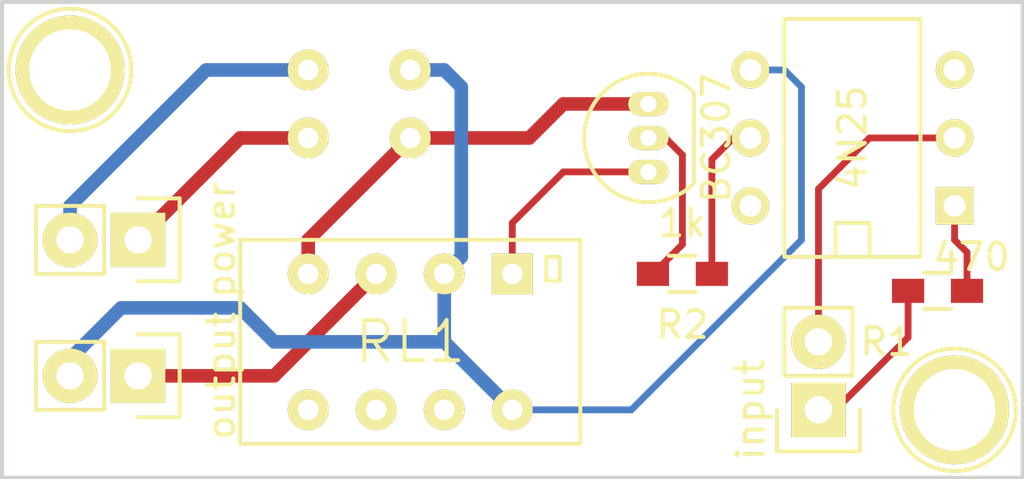
<source format=kicad_pcb>
(kicad_pcb (version 4) (host pcbnew "(2015-01-07 BZR 5357)-product")

  (general
    (links 15)
    (no_connects 0)
    (area 21.514999 17.363 59.765001 40.419)
    (thickness 1.6)
    (drawings 4)
    (tracks 50)
    (zones 0)
    (modules 11)
    (nets 12)
  )

  (page A4 portrait)
  (layers
    (0 F.Cu signal)
    (31 B.Cu signal)
    (32 B.Adhes user)
    (33 F.Adhes user)
    (34 B.Paste user)
    (35 F.Paste user)
    (36 B.SilkS user)
    (37 F.SilkS user)
    (38 B.Mask user)
    (39 F.Mask user)
    (40 Dwgs.User user)
    (41 Cmts.User user)
    (42 Eco1.User user)
    (43 Eco2.User user)
    (44 Edge.Cuts user)
    (45 Margin user)
    (46 B.CrtYd user)
    (47 F.CrtYd user)
    (48 B.Fab user)
    (49 F.Fab user)
  )

  (setup
    (last_trace_width 0.254)
    (user_trace_width 0.508)
    (trace_clearance 0.254)
    (zone_clearance 0.508)
    (zone_45_only no)
    (trace_min 0.254)
    (segment_width 0.2)
    (edge_width 0.15)
    (via_size 0.889)
    (via_drill 0.635)
    (via_min_size 0.889)
    (via_min_drill 0.508)
    (uvia_size 0.508)
    (uvia_drill 0.127)
    (uvias_allowed no)
    (uvia_min_size 0.508)
    (uvia_min_drill 0.127)
    (pcb_text_width 0.3)
    (pcb_text_size 1.5 1.5)
    (mod_edge_width 0.15)
    (mod_text_size 1.5 1.5)
    (mod_text_width 0.15)
    (pad_size 1.524 1.524)
    (pad_drill 0.762)
    (pad_to_mask_clearance 0.2)
    (aux_axis_origin 107.95 119.38)
    (grid_origin 107.95 119.38)
    (visible_elements FFFFFF7F)
    (pcbplotparams
      (layerselection 0x010f0_80000001)
      (usegerberextensions true)
      (usegerberattributes true)
      (excludeedgelayer true)
      (linewidth 0.100000)
      (plotframeref false)
      (viasonmask false)
      (mode 1)
      (useauxorigin false)
      (hpglpennumber 1)
      (hpglpenspeed 20)
      (hpglpendiameter 15)
      (hpglpenoverlay 2)
      (psnegative false)
      (psa4output false)
      (plotreference true)
      (plotvalue true)
      (plotinvisibletext false)
      (padsonsilk false)
      (subtractmaskfromsilk false)
      (outputformat 1)
      (mirror false)
      (drillshape 0)
      (scaleselection 1)
      (outputdirectory gerber/))
  )

  (net 0 "")
  (net 1 "Net-(IC1-Pad1)")
  (net 2 "Net-(IC1-Pad2)")
  (net 3 GND)
  (net 4 "Net-(IC1-Pad5)")
  (net 5 "Net-(P1-Pad1)")
  (net 6 +5V)
  (net 7 "Net-(P3-Pad1)")
  (net 8 "Net-(Q1-Pad2)")
  (net 9 "Net-(Q1-Pad1)")
  (net 10 "Net-(FB1-Pad3)")
  (net 11 "Net-(FB1-Pad4)")

  (net_class Default "This is the default net class."
    (clearance 0.254)
    (trace_width 0.254)
    (via_dia 0.889)
    (via_drill 0.635)
    (uvia_dia 0.508)
    (uvia_drill 0.127)
    (add_net "Net-(IC1-Pad1)")
    (add_net "Net-(IC1-Pad2)")
    (add_net "Net-(IC1-Pad5)")
    (add_net "Net-(P1-Pad1)")
    (add_net "Net-(Q1-Pad1)")
    (add_net "Net-(Q1-Pad2)")
  )

  (net_class Wide ""
    (clearance 0.254)
    (trace_width 0.508)
    (via_dia 0.889)
    (via_drill 0.635)
    (uvia_dia 0.508)
    (uvia_drill 0.127)
    (add_net +5V)
    (add_net GND)
    (add_net "Net-(FB1-Pad3)")
    (add_net "Net-(FB1-Pad4)")
    (add_net "Net-(P3-Pad1)")
  )

  (module Pin_Headers:Pin_Header_Straight_1x02 (layer F.Cu) (tedit 5540E09A) (tstamp 553F51A6)
    (at 52.07 34.29 180)
    (descr "Through hole pin header")
    (tags "pin header")
    (path /553E6CAB)
    (fp_text reference P1 (at 0 -5.1 180) (layer F.SilkS) hide
      (effects (font (size 1 1) (thickness 0.15)))
    )
    (fp_text value input (at 2.54 0 270) (layer F.SilkS)
      (effects (font (size 1 1) (thickness 0.15)))
    )
    (fp_line (start 1.27 1.27) (end 1.27 3.81) (layer F.SilkS) (width 0.15))
    (fp_line (start 1.55 -1.55) (end 1.55 0) (layer F.SilkS) (width 0.15))
    (fp_line (start -1.75 -1.75) (end -1.75 4.3) (layer F.CrtYd) (width 0.05))
    (fp_line (start 1.75 -1.75) (end 1.75 4.3) (layer F.CrtYd) (width 0.05))
    (fp_line (start -1.75 -1.75) (end 1.75 -1.75) (layer F.CrtYd) (width 0.05))
    (fp_line (start -1.75 4.3) (end 1.75 4.3) (layer F.CrtYd) (width 0.05))
    (fp_line (start 1.27 1.27) (end -1.27 1.27) (layer F.SilkS) (width 0.15))
    (fp_line (start -1.55 0) (end -1.55 -1.55) (layer F.SilkS) (width 0.15))
    (fp_line (start -1.55 -1.55) (end 1.55 -1.55) (layer F.SilkS) (width 0.15))
    (fp_line (start -1.27 1.27) (end -1.27 3.81) (layer F.SilkS) (width 0.15))
    (fp_line (start -1.27 3.81) (end 1.27 3.81) (layer F.SilkS) (width 0.15))
    (pad 1 thru_hole rect (at 0 0 180) (size 2.032 2.032) (drill 1.016) (layers *.Cu *.Mask F.SilkS)
      (net 5 "Net-(P1-Pad1)"))
    (pad 2 thru_hole oval (at 0 2.54 180) (size 2.032 2.032) (drill 1.016) (layers *.Cu *.Mask F.SilkS)
      (net 2 "Net-(IC1-Pad2)"))
    (model Pin_Headers.3dshapes/Pin_Header_Straight_1x02.wrl
      (at (xyz 0 -0.05 0))
      (scale (xyz 1 1 1))
      (rotate (xyz 0 0 90))
    )
  )

  (module Pin_Headers:Pin_Header_Straight_1x02 (layer F.Cu) (tedit 553F8717) (tstamp 553F54DA)
    (at 26.67 27.94 270)
    (descr "Through hole pin header")
    (tags "pin header")
    (path /553E6CF6)
    (fp_text reference P2 (at 0 -5.1 270) (layer F.SilkS) hide
      (effects (font (size 1 1) (thickness 0.15)))
    )
    (fp_text value power (at 0 -3.1 270) (layer F.SilkS)
      (effects (font (size 1 1) (thickness 0.15)))
    )
    (fp_line (start 1.27 1.27) (end 1.27 3.81) (layer F.SilkS) (width 0.15))
    (fp_line (start 1.55 -1.55) (end 1.55 0) (layer F.SilkS) (width 0.15))
    (fp_line (start -1.75 -1.75) (end -1.75 4.3) (layer F.CrtYd) (width 0.05))
    (fp_line (start 1.75 -1.75) (end 1.75 4.3) (layer F.CrtYd) (width 0.05))
    (fp_line (start -1.75 -1.75) (end 1.75 -1.75) (layer F.CrtYd) (width 0.05))
    (fp_line (start -1.75 4.3) (end 1.75 4.3) (layer F.CrtYd) (width 0.05))
    (fp_line (start 1.27 1.27) (end -1.27 1.27) (layer F.SilkS) (width 0.15))
    (fp_line (start -1.55 0) (end -1.55 -1.55) (layer F.SilkS) (width 0.15))
    (fp_line (start -1.55 -1.55) (end 1.55 -1.55) (layer F.SilkS) (width 0.15))
    (fp_line (start -1.27 1.27) (end -1.27 3.81) (layer F.SilkS) (width 0.15))
    (fp_line (start -1.27 3.81) (end 1.27 3.81) (layer F.SilkS) (width 0.15))
    (pad 1 thru_hole rect (at 0 0 270) (size 2.032 2.032) (drill 1.016) (layers *.Cu *.Mask F.SilkS)
      (net 10 "Net-(FB1-Pad3)"))
    (pad 2 thru_hole oval (at 0 2.54 270) (size 2.032 2.032) (drill 1.016) (layers *.Cu *.Mask F.SilkS)
      (net 11 "Net-(FB1-Pad4)"))
    (model Pin_Headers.3dshapes/Pin_Header_Straight_1x02.wrl
      (at (xyz 0 -0.05 0))
      (scale (xyz 1 1 1))
      (rotate (xyz 0 0 90))
    )
  )

  (module Pin_Headers:Pin_Header_Straight_1x02 (layer F.Cu) (tedit 553F8722) (tstamp 553F7EEB)
    (at 26.67 33.02 270)
    (descr "Through hole pin header")
    (tags "pin header")
    (path /553EA2D7)
    (fp_text reference P3 (at 0 -5.1 270) (layer F.SilkS) hide
      (effects (font (size 1 1) (thickness 0.15)))
    )
    (fp_text value output (at 0 -3.1 270) (layer F.SilkS)
      (effects (font (size 1 1) (thickness 0.15)))
    )
    (fp_line (start 1.27 1.27) (end 1.27 3.81) (layer F.SilkS) (width 0.15))
    (fp_line (start 1.55 -1.55) (end 1.55 0) (layer F.SilkS) (width 0.15))
    (fp_line (start -1.75 -1.75) (end -1.75 4.3) (layer F.CrtYd) (width 0.05))
    (fp_line (start 1.75 -1.75) (end 1.75 4.3) (layer F.CrtYd) (width 0.05))
    (fp_line (start -1.75 -1.75) (end 1.75 -1.75) (layer F.CrtYd) (width 0.05))
    (fp_line (start -1.75 4.3) (end 1.75 4.3) (layer F.CrtYd) (width 0.05))
    (fp_line (start 1.27 1.27) (end -1.27 1.27) (layer F.SilkS) (width 0.15))
    (fp_line (start -1.55 0) (end -1.55 -1.55) (layer F.SilkS) (width 0.15))
    (fp_line (start -1.55 -1.55) (end 1.55 -1.55) (layer F.SilkS) (width 0.15))
    (fp_line (start -1.27 1.27) (end -1.27 3.81) (layer F.SilkS) (width 0.15))
    (fp_line (start -1.27 3.81) (end 1.27 3.81) (layer F.SilkS) (width 0.15))
    (pad 1 thru_hole rect (at 0 0 270) (size 2.032 2.032) (drill 1.016) (layers *.Cu *.Mask F.SilkS)
      (net 7 "Net-(P3-Pad1)"))
    (pad 2 thru_hole oval (at 0 2.54 270) (size 2.032 2.032) (drill 1.016) (layers *.Cu *.Mask F.SilkS)
      (net 3 GND))
    (model Pin_Headers.3dshapes/Pin_Header_Straight_1x02.wrl
      (at (xyz 0 -0.05 0))
      (scale (xyz 1 1 1))
      (rotate (xyz 0 0 90))
    )
  )

  (module Housings_TO-92:TO-92_Inline_Narrow_Oval (layer F.Cu) (tedit 553FB1B3) (tstamp 5540DEAB)
    (at 45.72 25.4 90)
    (descr "TO-92 leads in-line, narrow, oval pads, drill 0.6mm (see NXP sot054_po.pdf)")
    (tags "to-92 sc-43 sc-43a sot54 PA33 transistor")
    (path /553E5967)
    (fp_text reference Q1 (at 0 -4 90) (layer F.SilkS) hide
      (effects (font (size 1 1) (thickness 0.15)))
    )
    (fp_text value BC307 (at 1.27 2.54 90) (layer F.SilkS)
      (effects (font (size 1 1) (thickness 0.15)))
    )
    (fp_line (start -1.4 1.95) (end -1.4 -2.65) (layer F.CrtYd) (width 0.05))
    (fp_line (start -1.4 1.95) (end 3.95 1.95) (layer F.CrtYd) (width 0.05))
    (fp_line (start -0.43 1.7) (end 2.97 1.7) (layer F.SilkS) (width 0.15))
    (fp_arc (start 1.27 0) (end 1.27 -2.4) (angle -135) (layer F.SilkS) (width 0.15))
    (fp_arc (start 1.27 0) (end 1.27 -2.4) (angle 135) (layer F.SilkS) (width 0.15))
    (fp_line (start -1.4 -2.65) (end 3.95 -2.65) (layer F.CrtYd) (width 0.05))
    (fp_line (start 3.95 1.95) (end 3.95 -2.65) (layer F.CrtYd) (width 0.05))
    (pad 2 thru_hole oval (at 1.27 0 270) (size 0.89916 1.50114) (drill 0.6) (layers *.Cu *.Mask F.SilkS)
      (net 8 "Net-(Q1-Pad2)"))
    (pad 3 thru_hole oval (at 2.54 0 270) (size 0.89916 1.50114) (drill 0.6) (layers *.Cu *.Mask F.SilkS)
      (net 6 +5V))
    (pad 1 thru_hole oval (at 0 0 270) (size 0.89916 1.50114) (drill 0.6) (layers *.Cu *.Mask F.SilkS)
      (net 9 "Net-(Q1-Pad1)"))
    (model Housings_TO-92.3dshapes/TO-92_Inline_Narrow_Oval.wrl
      (at (xyz 0.05 0 0))
      (scale (xyz 1 1 1))
      (rotate (xyz 0 0 -90))
    )
  )

  (module Resistors_SMD:R_0603_HandSoldering (layer F.Cu) (tedit 5540E093) (tstamp 553F4B49)
    (at 56.515 29.845 180)
    (descr "Resistor SMD 0603, hand soldering")
    (tags "resistor 0603")
    (path /553E5A6F)
    (attr smd)
    (fp_text reference R1 (at 1.905 -1.905 180) (layer F.SilkS)
      (effects (font (size 1 1) (thickness 0.15)))
    )
    (fp_text value 470 (at -1.27 1.27 180) (layer F.SilkS)
      (effects (font (size 1 1) (thickness 0.15)))
    )
    (fp_line (start -2 -0.8) (end 2 -0.8) (layer F.CrtYd) (width 0.05))
    (fp_line (start -2 0.8) (end 2 0.8) (layer F.CrtYd) (width 0.05))
    (fp_line (start -2 -0.8) (end -2 0.8) (layer F.CrtYd) (width 0.05))
    (fp_line (start 2 -0.8) (end 2 0.8) (layer F.CrtYd) (width 0.05))
    (fp_line (start 0.5 0.675) (end -0.5 0.675) (layer F.SilkS) (width 0.15))
    (fp_line (start -0.5 -0.675) (end 0.5 -0.675) (layer F.SilkS) (width 0.15))
    (pad 1 smd rect (at -1.1 0 180) (size 1.2 0.9) (layers F.Cu F.Paste F.Mask)
      (net 1 "Net-(IC1-Pad1)"))
    (pad 2 smd rect (at 1.1 0 180) (size 1.2 0.9) (layers F.Cu F.Paste F.Mask)
      (net 5 "Net-(P1-Pad1)"))
    (model Resistors_SMD.3dshapes/R_0603_HandSoldering.wrl
      (at (xyz 0 0 0))
      (scale (xyz 1 1 1))
      (rotate (xyz 0 0 0))
    )
  )

  (module Resistors_SMD:R_0603_HandSoldering (layer F.Cu) (tedit 553F873D) (tstamp 553F4B4E)
    (at 46.99 29.21 180)
    (descr "Resistor SMD 0603, hand soldering")
    (tags "resistor 0603")
    (path /553E6DB4)
    (attr smd)
    (fp_text reference R2 (at 0 -1.9 180) (layer F.SilkS)
      (effects (font (size 1 1) (thickness 0.15)))
    )
    (fp_text value 1k (at 0 1.9 180) (layer F.SilkS)
      (effects (font (size 1 1) (thickness 0.15)))
    )
    (fp_line (start -2 -0.8) (end 2 -0.8) (layer F.CrtYd) (width 0.05))
    (fp_line (start -2 0.8) (end 2 0.8) (layer F.CrtYd) (width 0.05))
    (fp_line (start -2 -0.8) (end -2 0.8) (layer F.CrtYd) (width 0.05))
    (fp_line (start 2 -0.8) (end 2 0.8) (layer F.CrtYd) (width 0.05))
    (fp_line (start 0.5 0.675) (end -0.5 0.675) (layer F.SilkS) (width 0.15))
    (fp_line (start -0.5 -0.675) (end 0.5 -0.675) (layer F.SilkS) (width 0.15))
    (pad 1 smd rect (at -1.1 0 180) (size 1.2 0.9) (layers F.Cu F.Paste F.Mask)
      (net 4 "Net-(IC1-Pad5)"))
    (pad 2 smd rect (at 1.1 0 180) (size 1.2 0.9) (layers F.Cu F.Paste F.Mask)
      (net 8 "Net-(Q1-Pad2)"))
    (model Resistors_SMD.3dshapes/R_0603_HandSoldering.wrl
      (at (xyz 0 0 0))
      (scale (xyz 1 1 1))
      (rotate (xyz 0 0 0))
    )
  )

  (module Sockets_DIP:DIP-6__300 (layer F.Cu) (tedit 553F872C) (tstamp 553F5A2F)
    (at 53.34 24.13 90)
    (descr "6 pins DIL package, round pads")
    (tags DIL)
    (path /553E5992)
    (fp_text reference IC1 (at -6.35 0 180) (layer F.SilkS) hide
      (effects (font (size 1 1) (thickness 0.15)))
    )
    (fp_text value 4N25 (at 0 0 90) (layer F.SilkS)
      (effects (font (size 1 1) (thickness 0.15)))
    )
    (fp_line (start -4.445 -2.54) (end 4.445 -2.54) (layer F.SilkS) (width 0.15))
    (fp_line (start 4.445 -2.54) (end 4.445 2.54) (layer F.SilkS) (width 0.15))
    (fp_line (start 4.445 2.54) (end -4.445 2.54) (layer F.SilkS) (width 0.15))
    (fp_line (start -4.445 2.54) (end -4.445 -2.54) (layer F.SilkS) (width 0.15))
    (fp_line (start -4.445 -0.635) (end -3.175 -0.635) (layer F.SilkS) (width 0.15))
    (fp_line (start -3.175 -0.635) (end -3.175 0.635) (layer F.SilkS) (width 0.15))
    (fp_line (start -3.175 0.635) (end -4.445 0.635) (layer F.SilkS) (width 0.15))
    (pad 1 thru_hole rect (at -2.54 3.81 90) (size 1.397 1.397) (drill 0.8128) (layers *.Cu *.Mask F.SilkS)
      (net 1 "Net-(IC1-Pad1)"))
    (pad 2 thru_hole circle (at 0 3.81 90) (size 1.397 1.397) (drill 0.8128) (layers *.Cu *.Mask F.SilkS)
      (net 2 "Net-(IC1-Pad2)"))
    (pad 3 thru_hole circle (at 2.54 3.81 90) (size 1.397 1.397) (drill 0.8128) (layers *.Cu *.Mask F.SilkS))
    (pad 4 thru_hole circle (at 2.54 -3.81 90) (size 1.397 1.397) (drill 0.8128) (layers *.Cu *.Mask F.SilkS)
      (net 3 GND))
    (pad 5 thru_hole circle (at 0 -3.81 90) (size 1.397 1.397) (drill 0.8128) (layers *.Cu *.Mask F.SilkS)
      (net 4 "Net-(IC1-Pad5)"))
    (pad 6 thru_hole circle (at -2.54 -3.81 90) (size 1.397 1.397) (drill 0.8128) (layers *.Cu *.Mask F.SilkS))
    (model Sockets_DIP.3dshapes/DIP-6__300.wrl
      (at (xyz 0 0 0))
      (scale (xyz 1 1 1))
      (rotate (xyz 0 0 0))
    )
  )

  (module Connect:1pin (layer F.Cu) (tedit 553F59AC) (tstamp 553F5407)
    (at 24.13 21.59)
    (descr "module 1 pin (ou trou mecanique de percage)")
    (tags DEV)
    (fp_text reference REF** (at 0 -3.048) (layer F.SilkS) hide
      (effects (font (size 1 1) (thickness 0.15)))
    )
    (fp_text value 1pin (at 0 2.794) (layer F.Fab) hide
      (effects (font (size 1 1) (thickness 0.15)))
    )
    (fp_circle (center 0 0) (end 0 -2.286) (layer F.SilkS) (width 0.15))
    (pad 1 thru_hole circle (at 0 0) (size 4.064 4.064) (drill 3.048) (layers *.Cu *.Mask F.SilkS))
  )

  (module Connect:1pin (layer F.Cu) (tedit 553F59B8) (tstamp 553F5A65)
    (at 57.15 34.29)
    (descr "module 1 pin (ou trou mecanique de percage)")
    (tags DEV)
    (fp_text reference REF** (at 0 -3.048) (layer F.SilkS) hide
      (effects (font (size 1 1) (thickness 0.15)))
    )
    (fp_text value 1pin (at 0 2.794) (layer F.Fab) hide
      (effects (font (size 1 1) (thickness 0.15)))
    )
    (fp_circle (center 0 0) (end 0 -2.286) (layer F.SilkS) (width 0.15))
    (pad 1 thru_hole circle (at 0 0) (size 4.064 4.064) (drill 3.048) (layers *.Cu *.Mask F.SilkS))
  )

  (module lci-relays:Omron-G6K (layer F.Cu) (tedit 5540E7F1) (tstamp 5540E819)
    (at 36.83 31.75 180)
    (path /553E963F)
    (fp_text reference RL1 (at 0 0 180) (layer F.SilkS)
      (effects (font (size 1.5 1.5) (thickness 0.15)))
    )
    (fp_text value Omron_G6K (at -7.62 0 270) (layer F.SilkS) hide
      (effects (font (size 1.5 1.5) (thickness 0.15)))
    )
    (fp_line (start -6.35 -3.81) (end 6.35 -3.81) (layer F.SilkS) (width 0.15))
    (fp_line (start 6.35 -3.81) (end 6.35 3.81) (layer F.SilkS) (width 0.15))
    (fp_line (start 6.35 3.81) (end -6.35 3.81) (layer F.SilkS) (width 0.15))
    (fp_line (start -6.35 3.81) (end -6.35 -3.81) (layer F.SilkS) (width 0.15))
    (fp_line (start -5.588 2.286) (end -5.08 2.286) (layer F.SilkS) (width 0.15))
    (fp_line (start -5.08 2.286) (end -5.08 3.175) (layer F.SilkS) (width 0.15))
    (fp_line (start -5.08 3.175) (end -5.588 3.175) (layer F.SilkS) (width 0.15))
    (fp_line (start -5.588 3.175) (end -5.588 2.286) (layer F.SilkS) (width 0.15))
    (pad 1 thru_hole rect (at -3.81 2.54 180) (size 1.524 1.524) (drill 0.762) (layers *.Cu *.Mask F.SilkS)
      (net 9 "Net-(Q1-Pad1)"))
    (pad 2 thru_hole circle (at -1.27 2.54 180) (size 1.524 1.524) (drill 0.762) (layers *.Cu *.Mask F.SilkS)
      (net 3 GND))
    (pad 3 thru_hole circle (at 1.27 2.54 180) (size 1.524 1.524) (drill 0.762) (layers *.Cu *.Mask F.SilkS)
      (net 7 "Net-(P3-Pad1)"))
    (pad 4 thru_hole circle (at 3.81 2.54 180) (size 1.524 1.524) (drill 0.762) (layers *.Cu *.Mask F.SilkS)
      (net 6 +5V))
    (pad 8 thru_hole circle (at -3.81 -2.54 180) (size 1.524 1.524) (drill 0.762) (layers *.Cu *.Mask F.SilkS)
      (net 3 GND))
    (pad 7 thru_hole circle (at -1.27 -2.54 180) (size 1.524 1.524) (drill 0.762) (layers *.Cu *.Mask F.SilkS))
    (pad 6 thru_hole circle (at 1.27 -2.54 180) (size 1.524 1.524) (drill 0.762) (layers *.Cu *.Mask F.SilkS))
    (pad 5 thru_hole circle (at 3.81 -2.54 180) (size 1.524 1.524) (drill 0.762) (layers *.Cu *.Mask F.SilkS))
  )

  (module lci-relays:double_choke (layer F.Cu) (tedit 5540DE10) (tstamp 5540DDA8)
    (at 34.29 22.86 180)
    (path /5540039E)
    (fp_text reference FB1 (at 0 -3.81 180) (layer F.SilkS) hide
      (effects (font (size 1.5 1.5) (thickness 0.15)))
    )
    (fp_text value Double_choke (at 0 3.81 180) (layer F.SilkS) hide
      (effects (font (size 1.5 1.5) (thickness 0.15)))
    )
    (pad 1 thru_hole circle (at -2.54 -1.27 180) (size 1.524 1.524) (drill 0.762) (layers *.Cu *.Mask F.SilkS)
      (net 6 +5V))
    (pad 2 thru_hole circle (at -2.54 1.27 180) (size 1.524 1.524) (drill 0.762) (layers *.Cu *.Mask F.SilkS)
      (net 3 GND))
    (pad 3 thru_hole circle (at 1.27 -1.27 180) (size 1.524 1.524) (drill 0.762) (layers *.Cu *.Mask F.SilkS)
      (net 10 "Net-(FB1-Pad3)"))
    (pad 4 thru_hole circle (at 1.27 1.27 180) (size 1.524 1.524) (drill 0.762) (layers *.Cu *.Mask F.SilkS)
      (net 11 "Net-(FB1-Pad4)"))
  )

  (gr_line (start 59.69 19.05) (end 21.59 19.05) (angle 90) (layer Edge.Cuts) (width 0.15))
  (gr_line (start 59.69 36.83) (end 59.69 19.05) (angle 90) (layer Edge.Cuts) (width 0.15))
  (gr_line (start 21.59 36.83) (end 59.69 36.83) (angle 90) (layer Edge.Cuts) (width 0.15))
  (gr_line (start 21.59 19.05) (end 21.59 36.83) (angle 90) (layer Edge.Cuts) (width 0.15))

  (segment (start 57.15 26.67) (end 57.15 27.94) (width 0.254) (layer F.Cu) (net 1))
  (segment (start 57.615 28.405) (end 57.615 29.845) (width 0.254) (layer F.Cu) (net 1) (tstamp 5540E0E1))
  (segment (start 57.15 27.94) (end 57.615 28.405) (width 0.254) (layer F.Cu) (net 1) (tstamp 5540E0DD))
  (segment (start 57.15 24.13) (end 53.975 24.13) (width 0.254) (layer F.Cu) (net 2))
  (segment (start 52.07 26.035) (end 52.07 31.75) (width 0.254) (layer F.Cu) (net 2) (tstamp 5540E0D9))
  (segment (start 53.975 24.13) (end 52.07 26.035) (width 0.254) (layer F.Cu) (net 2) (tstamp 5540E0D5))
  (segment (start 38.1 31.75) (end 31.75 31.75) (width 0.508) (layer B.Cu) (net 3))
  (segment (start 30.48 30.48) (end 31.75 31.75) (width 0.508) (layer B.Cu) (net 3) (tstamp 553FA416))
  (segment (start 26.035 30.48) (end 30.48 30.48) (width 0.508) (layer B.Cu) (net 3) (tstamp 5540E514))
  (segment (start 26.035 30.48) (end 24.13 32.385) (width 0.508) (layer B.Cu) (net 3) (tstamp 5540E512))
  (segment (start 49.53 21.59) (end 50.8 21.59) (width 0.254) (layer B.Cu) (net 3))
  (segment (start 45.085 34.29) (end 40.64 34.29) (width 0.254) (layer B.Cu) (net 3) (tstamp 5540E13C))
  (segment (start 51.435 27.94) (end 45.085 34.29) (width 0.254) (layer B.Cu) (net 3) (tstamp 5540E134))
  (segment (start 51.435 22.225) (end 51.435 27.94) (width 0.254) (layer B.Cu) (net 3) (tstamp 5540E130))
  (segment (start 50.8 21.59) (end 51.435 22.225) (width 0.254) (layer B.Cu) (net 3) (tstamp 5540E12E))
  (segment (start 24.13 33.02) (end 24.13 32.385) (width 0.508) (layer B.Cu) (net 3))
  (segment (start 36.83 21.59) (end 38.1 21.59) (width 0.508) (layer B.Cu) (net 3))
  (segment (start 38.735 28.575) (end 38.1 29.21) (width 0.508) (layer B.Cu) (net 3) (tstamp 5540E1D9))
  (segment (start 38.735 22.225) (end 38.735 28.575) (width 0.508) (layer B.Cu) (net 3) (tstamp 5540E1D4))
  (segment (start 38.1 21.59) (end 38.735 22.225) (width 0.508) (layer B.Cu) (net 3) (tstamp 5540E1D1))
  (segment (start 36.83 21.59) (end 36.83 21.59) (width 0.508) (layer B.Cu) (net 3) (status 30))
  (segment (start 38.1 31.75) (end 40.64 34.29) (width 0.508) (layer B.Cu) (net 3) (tstamp 5540ED0E))
  (segment (start 38.1 29.21) (end 38.1 31.75) (width 0.508) (layer B.Cu) (net 3))
  (segment (start 49.53 24.13) (end 48.895 24.13) (width 0.254) (layer F.Cu) (net 4))
  (segment (start 48.895 24.13) (end 48.09 24.935) (width 0.254) (layer F.Cu) (net 4) (tstamp 5540E14E))
  (segment (start 48.09 24.935) (end 48.09 29.21) (width 0.254) (layer F.Cu) (net 4) (tstamp 5540E14F))
  (segment (start 55.415 29.845) (end 55.415 31.58) (width 0.254) (layer F.Cu) (net 5))
  (segment (start 55.415 31.58) (end 52.705 34.29) (width 0.254) (layer F.Cu) (net 5) (tstamp 5540E0EC))
  (segment (start 52.705 34.29) (end 52.07 34.29) (width 0.254) (layer F.Cu) (net 5) (tstamp 5540E0F5))
  (segment (start 52.07 34.29) (end 51.9 34.29) (width 0.254) (layer F.Cu) (net 5) (status 30))
  (segment (start 36.83 24.13) (end 41.275 24.13) (width 0.508) (layer F.Cu) (net 6))
  (segment (start 42.545 22.86) (end 45.72 22.86) (width 0.508) (layer F.Cu) (net 6) (tstamp 5540E1F4))
  (segment (start 41.275 24.13) (end 42.545 22.86) (width 0.508) (layer F.Cu) (net 6) (tstamp 5540E1F2))
  (segment (start 33.02 29.21) (end 33.02 27.94) (width 0.508) (layer F.Cu) (net 6))
  (segment (start 33.02 27.94) (end 36.83 24.13) (width 0.508) (layer F.Cu) (net 6) (tstamp 5540E1ED))
  (segment (start 26.67 33.02) (end 31.75 33.02) (width 0.508) (layer F.Cu) (net 7))
  (segment (start 31.75 33.02) (end 35.56 29.21) (width 0.508) (layer F.Cu) (net 7) (tstamp 553F80AB))
  (segment (start 45.72 24.13) (end 46.355 24.13) (width 0.254) (layer F.Cu) (net 8))
  (segment (start 46.355 24.13) (end 46.99 24.765) (width 0.254) (layer F.Cu) (net 8) (tstamp 5540E158))
  (segment (start 46.99 28.11) (end 45.89 29.21) (width 0.254) (layer F.Cu) (net 8) (tstamp 5540E15B))
  (segment (start 46.99 24.765) (end 46.99 28.11) (width 0.254) (layer F.Cu) (net 8) (tstamp 5540E159))
  (segment (start 45.89 24.3) (end 45.72 24.13) (width 0.254) (layer F.Cu) (net 8) (tstamp 553F5F17) (status 30))
  (segment (start 45.72 25.4) (end 42.545 25.4) (width 0.254) (layer F.Cu) (net 9))
  (segment (start 40.64 27.305) (end 40.64 29.21) (width 0.254) (layer F.Cu) (net 9) (tstamp 5540E102))
  (segment (start 42.545 25.4) (end 40.64 27.305) (width 0.254) (layer F.Cu) (net 9) (tstamp 5540E0FF))
  (segment (start 26.67 27.94) (end 30.48 24.13) (width 0.508) (layer F.Cu) (net 10))
  (segment (start 30.48 24.13) (end 33.02 24.13) (width 0.508) (layer F.Cu) (net 10) (tstamp 5540E4E3))
  (segment (start 33.02 21.59) (end 29.21 21.59) (width 0.508) (layer B.Cu) (net 11))
  (segment (start 29.21 21.59) (end 24.13 26.67) (width 0.508) (layer B.Cu) (net 11) (tstamp 5540E4DB))
  (segment (start 24.13 26.67) (end 24.13 27.94) (width 0.508) (layer B.Cu) (net 11) (tstamp 5540E4DF))

)

</source>
